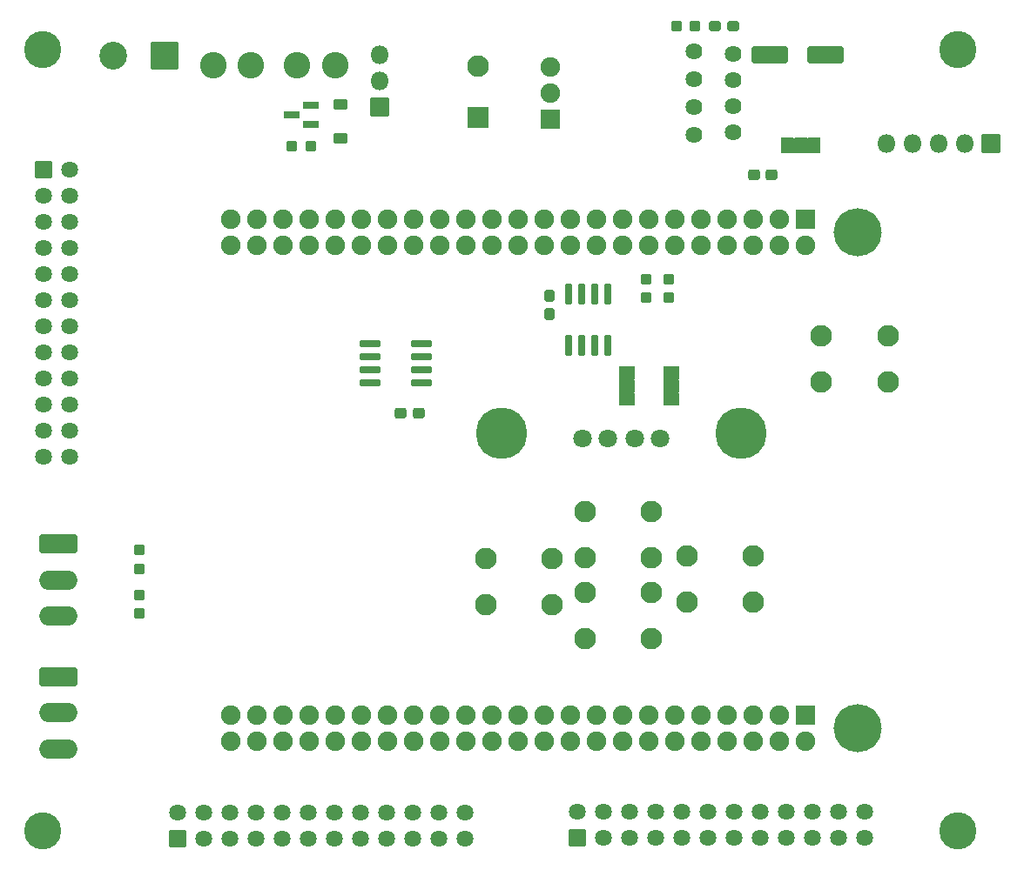
<source format=gbr>
%TF.GenerationSoftware,KiCad,Pcbnew,(6.0.5)*%
%TF.CreationDate,2022-06-14T19:11:02-05:00*%
%TF.ProjectId,BBB_16_Expansion,4242425f-3136-45f4-9578-70616e73696f,v1*%
%TF.SameCoordinates,Original*%
%TF.FileFunction,Soldermask,Top*%
%TF.FilePolarity,Negative*%
%FSLAX46Y46*%
G04 Gerber Fmt 4.6, Leading zero omitted, Abs format (unit mm)*
G04 Created by KiCad (PCBNEW (6.0.5)) date 2022-06-14 19:11:02*
%MOMM*%
%LPD*%
G01*
G04 APERTURE LIST*
G04 Aperture macros list*
%AMRoundRect*
0 Rectangle with rounded corners*
0 $1 Rounding radius*
0 $2 $3 $4 $5 $6 $7 $8 $9 X,Y pos of 4 corners*
0 Add a 4 corners polygon primitive as box body*
4,1,4,$2,$3,$4,$5,$6,$7,$8,$9,$2,$3,0*
0 Add four circle primitives for the rounded corners*
1,1,$1+$1,$2,$3*
1,1,$1+$1,$4,$5*
1,1,$1+$1,$6,$7*
1,1,$1+$1,$8,$9*
0 Add four rect primitives between the rounded corners*
20,1,$1+$1,$2,$3,$4,$5,0*
20,1,$1+$1,$4,$5,$6,$7,0*
20,1,$1+$1,$6,$7,$8,$9,0*
20,1,$1+$1,$8,$9,$2,$3,0*%
G04 Aperture macros list end*
%ADD10RoundRect,0.051000X1.000000X-1.000000X1.000000X1.000000X-1.000000X1.000000X-1.000000X-1.000000X0*%
%ADD11C,2.102000*%
%ADD12RoundRect,0.288500X-0.287500X-0.237500X0.287500X-0.237500X0.287500X0.237500X-0.287500X0.237500X0*%
%ADD13RoundRect,0.051000X-0.850000X0.850000X-0.850000X-0.850000X0.850000X-0.850000X0.850000X0.850000X0*%
%ADD14O,1.802000X1.802000*%
%ADD15RoundRect,0.288500X-0.237500X0.250000X-0.237500X-0.250000X0.237500X-0.250000X0.237500X0.250000X0*%
%ADD16RoundRect,0.288500X0.237500X-0.300000X0.237500X0.300000X-0.237500X0.300000X-0.237500X-0.300000X0*%
%ADD17RoundRect,0.201000X0.150000X-0.825000X0.150000X0.825000X-0.150000X0.825000X-0.150000X-0.825000X0*%
%ADD18RoundRect,0.288500X-0.250000X-0.237500X0.250000X-0.237500X0.250000X0.237500X-0.250000X0.237500X0*%
%ADD19RoundRect,0.301000X-1.550000X0.650000X-1.550000X-0.650000X1.550000X-0.650000X1.550000X0.650000X0*%
%ADD20O,3.702000X1.902000*%
%ADD21RoundRect,0.288500X-0.300000X-0.237500X0.300000X-0.237500X0.300000X0.237500X-0.300000X0.237500X0*%
%ADD22RoundRect,0.201000X0.825000X0.150000X-0.825000X0.150000X-0.825000X-0.150000X0.825000X-0.150000X0*%
%ADD23RoundRect,0.288500X0.300000X0.237500X-0.300000X0.237500X-0.300000X-0.237500X0.300000X-0.237500X0*%
%ADD24RoundRect,0.051000X0.750000X-0.500000X0.750000X0.500000X-0.750000X0.500000X-0.750000X-0.500000X0*%
%ADD25RoundRect,0.301000X-1.500000X-0.550000X1.500000X-0.550000X1.500000X0.550000X-1.500000X0.550000X0*%
%ADD26C,3.602000*%
%ADD27RoundRect,0.051000X0.850000X0.850000X-0.850000X0.850000X-0.850000X-0.850000X0.850000X-0.850000X0*%
%ADD28RoundRect,0.051000X-0.500000X-0.750000X0.500000X-0.750000X0.500000X0.750000X-0.500000X0.750000X0*%
%ADD29RoundRect,0.201000X0.587500X0.150000X-0.587500X0.150000X-0.587500X-0.150000X0.587500X-0.150000X0*%
%ADD30RoundRect,0.051000X-0.600000X0.450000X-0.600000X-0.450000X0.600000X-0.450000X0.600000X0.450000X0*%
%ADD31RoundRect,0.051000X1.300000X1.300000X-1.300000X1.300000X-1.300000X-1.300000X1.300000X-1.300000X0*%
%ADD32C,2.702000*%
%ADD33C,5.000000*%
%ADD34C,1.802000*%
%ADD35RoundRect,0.051000X-0.765000X-0.765000X0.765000X-0.765000X0.765000X0.765000X-0.765000X0.765000X0*%
%ADD36C,1.632000*%
%ADD37RoundRect,0.051000X-0.765000X0.765000X-0.765000X-0.765000X0.765000X-0.765000X0.765000X0.765000X0*%
%ADD38RoundRect,0.051000X-0.900000X-0.900000X0.900000X-0.900000X0.900000X0.900000X-0.900000X0.900000X0*%
%ADD39C,1.902000*%
%ADD40C,4.674000*%
%ADD41C,2.577000*%
%ADD42RoundRect,0.051000X-0.900000X0.900000X-0.900000X-0.900000X0.900000X-0.900000X0.900000X0.900000X0*%
%ADD43C,1.626000*%
G04 APERTURE END LIST*
D10*
%TO.C,C1*%
X186716000Y-66801677D03*
D11*
X186716000Y-61801677D03*
%TD*%
D12*
%TO.C,D1*%
X209741000Y-57934000D03*
X211491000Y-57934000D03*
%TD*%
D13*
%TO.C,J4*%
X236591000Y-69334000D03*
D14*
X234051000Y-69334000D03*
X231511000Y-69334000D03*
X228971000Y-69334000D03*
X226431000Y-69334000D03*
%TD*%
D15*
%TO.C,R4*%
X203070000Y-82533400D03*
X203070000Y-84358400D03*
%TD*%
D16*
%TO.C,C3*%
X193646600Y-85921300D03*
X193646600Y-84196300D03*
%TD*%
D17*
%TO.C,U3*%
X195551600Y-88956200D03*
X196821600Y-88956200D03*
X198091600Y-88956200D03*
X199361600Y-88956200D03*
X199361600Y-84006200D03*
X198091600Y-84006200D03*
X196821600Y-84006200D03*
X195551600Y-84006200D03*
%TD*%
D18*
%TO.C,R1*%
X206003500Y-57934000D03*
X207828500Y-57934000D03*
%TD*%
D19*
%TO.C,J7*%
X145916000Y-108334000D03*
D20*
X145916000Y-111834000D03*
X145916000Y-115334000D03*
%TD*%
D15*
%TO.C,R3*%
X153766000Y-113271500D03*
X153766000Y-115096500D03*
%TD*%
D21*
%TO.C,C4*%
X213553500Y-72434000D03*
X215278500Y-72434000D03*
%TD*%
D22*
%TO.C,U2*%
X181191000Y-92639000D03*
X181191000Y-91369000D03*
X181191000Y-90099000D03*
X181191000Y-88829000D03*
X176241000Y-88829000D03*
X176241000Y-90099000D03*
X176241000Y-91369000D03*
X176241000Y-92639000D03*
%TD*%
D23*
%TO.C,C5*%
X180928500Y-95584000D03*
X179203500Y-95584000D03*
%TD*%
D19*
%TO.C,J8*%
X145873500Y-121251500D03*
D20*
X145873500Y-124751500D03*
X145873500Y-128251500D03*
%TD*%
D15*
%TO.C,R2*%
X153766000Y-108921500D03*
X153766000Y-110746500D03*
%TD*%
D24*
%TO.C,JP1*%
X205486000Y-94264000D03*
X205486000Y-92964000D03*
X205486000Y-91664000D03*
%TD*%
%TO.C,JP2*%
X201168000Y-94264000D03*
X201168000Y-92964000D03*
X201168000Y-91664000D03*
%TD*%
D11*
%TO.C,SW1*%
X226566000Y-88084000D03*
X220066000Y-88084000D03*
X226566000Y-92584000D03*
X220066000Y-92584000D03*
%TD*%
%TO.C,SW5*%
X213510000Y-109474000D03*
X207010000Y-109474000D03*
X213510000Y-113974000D03*
X207010000Y-113974000D03*
%TD*%
%TO.C,SW4*%
X193952000Y-109728000D03*
X187452000Y-109728000D03*
X193952000Y-114228000D03*
X187452000Y-114228000D03*
%TD*%
%TO.C,SW2*%
X203604000Y-105156000D03*
X197104000Y-105156000D03*
X203604000Y-109656000D03*
X197104000Y-109656000D03*
%TD*%
%TO.C,SW3*%
X203604000Y-113030000D03*
X197104000Y-113030000D03*
X203604000Y-117530000D03*
X197104000Y-117530000D03*
%TD*%
D15*
%TO.C,R5*%
X205267100Y-82533400D03*
X205267100Y-84358400D03*
%TD*%
D25*
%TO.C,C2*%
X215116000Y-60734000D03*
X220516000Y-60734000D03*
%TD*%
D26*
%TO.C,H3*%
X233416000Y-60234000D03*
%TD*%
D27*
%TO.C,J10*%
X177116000Y-65821041D03*
D14*
X177116000Y-63281041D03*
X177116000Y-60741041D03*
%TD*%
D26*
%TO.C,H1*%
X144416000Y-136234000D03*
%TD*%
D28*
%TO.C,JP3*%
X216816000Y-69534000D03*
X218116000Y-69534000D03*
X219416000Y-69534000D03*
%TD*%
D26*
%TO.C,H2*%
X233416000Y-136234000D03*
%TD*%
D29*
%TO.C,Q1*%
X170453500Y-67534000D03*
X170453500Y-65634000D03*
X168578500Y-66584000D03*
%TD*%
D18*
%TO.C,R6*%
X168603500Y-69584000D03*
X170428500Y-69584000D03*
%TD*%
D30*
%TO.C,D2*%
X173316000Y-65534000D03*
X173316000Y-68834000D03*
%TD*%
D26*
%TO.C,H4*%
X144416000Y-60234000D03*
%TD*%
D31*
%TO.C,J6*%
X156216000Y-60834000D03*
D32*
X151216000Y-60834000D03*
%TD*%
D33*
%TO.C,J5*%
X212310000Y-97544000D03*
X189010000Y-97544000D03*
D34*
X196860000Y-98044000D03*
X199360000Y-98044000D03*
X201960000Y-98044000D03*
X204460000Y-98044000D03*
%TD*%
D35*
%TO.C,J2*%
X157546000Y-137004000D03*
D36*
X157546000Y-134464000D03*
X160086000Y-137004000D03*
X160086000Y-134464000D03*
X162626000Y-137004000D03*
X162626000Y-134464000D03*
X165166000Y-137004000D03*
X165166000Y-134464000D03*
X167706000Y-137004000D03*
X167706000Y-134464000D03*
X170246000Y-137004000D03*
X170246000Y-134464000D03*
X172786000Y-137004000D03*
X172786000Y-134464000D03*
X175326000Y-137004000D03*
X175326000Y-134464000D03*
X177866000Y-137004000D03*
X177866000Y-134464000D03*
X180406000Y-137004000D03*
X180406000Y-134464000D03*
X182946000Y-137004000D03*
X182946000Y-134464000D03*
X185486000Y-137004000D03*
X185486000Y-134464000D03*
%TD*%
D37*
%TO.C,J1*%
X144446000Y-71864000D03*
D36*
X146986000Y-71864000D03*
X144446000Y-74404000D03*
X146986000Y-74404000D03*
X144446000Y-76944000D03*
X146986000Y-76944000D03*
X144446000Y-79484000D03*
X146986000Y-79484000D03*
X144446000Y-82024000D03*
X146986000Y-82024000D03*
X144446000Y-84564000D03*
X146986000Y-84564000D03*
X144446000Y-87104000D03*
X146986000Y-87104000D03*
X144446000Y-89644000D03*
X146986000Y-89644000D03*
X144446000Y-92184000D03*
X146986000Y-92184000D03*
X144446000Y-94724000D03*
X146986000Y-94724000D03*
X144446000Y-97264000D03*
X146986000Y-97264000D03*
X144446000Y-99804000D03*
X146986000Y-99804000D03*
%TD*%
D35*
%TO.C,J3*%
X196346000Y-136926500D03*
D36*
X196346000Y-134386500D03*
X198886000Y-136926500D03*
X198886000Y-134386500D03*
X201426000Y-136926500D03*
X201426000Y-134386500D03*
X203966000Y-136926500D03*
X203966000Y-134386500D03*
X206506000Y-136926500D03*
X206506000Y-134386500D03*
X209046000Y-136926500D03*
X209046000Y-134386500D03*
X211586000Y-136926500D03*
X211586000Y-134386500D03*
X214126000Y-136926500D03*
X214126000Y-134386500D03*
X216666000Y-136926500D03*
X216666000Y-134386500D03*
X219206000Y-136926500D03*
X219206000Y-134386500D03*
X221746000Y-136926500D03*
X221746000Y-134386500D03*
X224286000Y-136926500D03*
X224286000Y-134386500D03*
%TD*%
D38*
%TO.C,U1*%
X218567000Y-124968000D03*
D39*
X218567000Y-127508000D03*
X216027000Y-124968000D03*
X216027000Y-127508000D03*
X213487000Y-124968000D03*
X213487000Y-127508000D03*
X210947000Y-124968000D03*
X210947000Y-127508000D03*
X208407000Y-124968000D03*
X208407000Y-127508000D03*
X205867000Y-124968000D03*
X205867000Y-127508000D03*
X203327000Y-124968000D03*
X203327000Y-127508000D03*
X200787000Y-124968000D03*
X200787000Y-127508000D03*
X198247000Y-124968000D03*
X198247000Y-127508000D03*
X195707000Y-124968000D03*
X195707000Y-127508000D03*
X193167000Y-124968000D03*
X193167000Y-127508000D03*
X190627000Y-124968000D03*
X190627000Y-127508000D03*
X188087000Y-124968000D03*
X188087000Y-127508000D03*
X185547000Y-124968000D03*
X185547000Y-127508000D03*
X183007000Y-124968000D03*
X183007000Y-127508000D03*
X180467000Y-124968000D03*
X180467000Y-127508000D03*
X177927000Y-124968000D03*
X177927000Y-127508000D03*
X175387000Y-124968000D03*
X175387000Y-127508000D03*
X172847000Y-124968000D03*
X172847000Y-127508000D03*
X170307000Y-124968000D03*
X170307000Y-127508000D03*
X167767000Y-124968000D03*
X167767000Y-127508000D03*
X165227000Y-124968000D03*
X165227000Y-127508000D03*
X162687000Y-124968000D03*
X162687000Y-127508000D03*
D38*
X218567000Y-76708000D03*
D39*
X218567000Y-79248000D03*
X216027000Y-76708000D03*
X216027000Y-79248000D03*
X213487000Y-76708000D03*
X213487000Y-79248000D03*
X210947000Y-76708000D03*
X210947000Y-79248000D03*
X208407000Y-76708000D03*
X208407000Y-79248000D03*
X205867000Y-76708000D03*
X205867000Y-79248000D03*
X203327000Y-76708000D03*
X203327000Y-79248000D03*
X200787000Y-76708000D03*
X200787000Y-79248000D03*
X198247000Y-76708000D03*
X198247000Y-79248000D03*
X195707000Y-76708000D03*
X195707000Y-79248000D03*
X193167000Y-76708000D03*
X193167000Y-79248000D03*
X190627000Y-76708000D03*
X190627000Y-79248000D03*
X188087000Y-76708000D03*
X188087000Y-79248000D03*
X185547000Y-76708000D03*
X185547000Y-79248000D03*
X183007000Y-76708000D03*
X183007000Y-79248000D03*
X180467000Y-76708000D03*
X180467000Y-79248000D03*
X177927000Y-76708000D03*
X177927000Y-79248000D03*
X175387000Y-76708000D03*
X175387000Y-79248000D03*
X172847000Y-76708000D03*
X172847000Y-79248000D03*
X170307000Y-76708000D03*
X170307000Y-79248000D03*
X167767000Y-76708000D03*
X167767000Y-79248000D03*
X165227000Y-76708000D03*
X165227000Y-79248000D03*
X162687000Y-76708000D03*
X162687000Y-79248000D03*
D40*
X223647000Y-77978000D03*
X223647000Y-126238000D03*
%TD*%
D41*
%TO.C,F1*%
X160949210Y-61721041D03*
X164649210Y-61721041D03*
X169149210Y-61721041D03*
X172849210Y-61721041D03*
%TD*%
D42*
%TO.C,U4*%
X193724000Y-66984000D03*
D39*
X193724000Y-64444000D03*
X193724000Y-61904000D03*
D43*
X211504000Y-60634000D03*
X211504000Y-63174000D03*
X211504000Y-65714000D03*
X211504000Y-68254000D03*
X207694000Y-60402060D03*
X207694000Y-63097000D03*
X207694000Y-65791000D03*
X207694000Y-68485940D03*
%TD*%
G36*
X206252668Y-93510665D02*
G01*
X206253058Y-93512627D01*
X206252699Y-93513267D01*
X206209511Y-93564946D01*
X206200880Y-93633661D01*
X206230844Y-93696291D01*
X206251682Y-93714348D01*
X206252336Y-93716238D01*
X206251026Y-93717749D01*
X206249982Y-93717821D01*
X206235801Y-93715000D01*
X204736199Y-93715000D01*
X204721226Y-93717978D01*
X204719332Y-93717335D01*
X204718942Y-93715373D01*
X204719301Y-93714733D01*
X204762489Y-93663054D01*
X204771120Y-93594339D01*
X204741156Y-93531709D01*
X204720318Y-93513652D01*
X204719664Y-93511762D01*
X204720974Y-93510251D01*
X204722018Y-93510179D01*
X204736199Y-93513000D01*
X206235801Y-93513000D01*
X206250774Y-93510022D01*
X206252668Y-93510665D01*
G37*
G36*
X201934668Y-93510665D02*
G01*
X201935058Y-93512627D01*
X201934699Y-93513267D01*
X201891511Y-93564946D01*
X201882880Y-93633661D01*
X201912844Y-93696291D01*
X201933682Y-93714348D01*
X201934336Y-93716238D01*
X201933026Y-93717749D01*
X201931982Y-93717821D01*
X201917801Y-93715000D01*
X200418199Y-93715000D01*
X200403226Y-93717978D01*
X200401332Y-93717335D01*
X200400942Y-93715373D01*
X200401301Y-93714733D01*
X200444489Y-93663054D01*
X200453120Y-93594339D01*
X200423156Y-93531709D01*
X200402318Y-93513652D01*
X200401664Y-93511762D01*
X200402974Y-93510251D01*
X200404018Y-93510179D01*
X200418199Y-93513000D01*
X201917801Y-93513000D01*
X201932774Y-93510022D01*
X201934668Y-93510665D01*
G37*
G36*
X201934668Y-92210665D02*
G01*
X201935058Y-92212627D01*
X201934699Y-92213267D01*
X201891511Y-92264946D01*
X201882880Y-92333661D01*
X201912844Y-92396291D01*
X201933682Y-92414348D01*
X201934336Y-92416238D01*
X201933026Y-92417749D01*
X201931982Y-92417821D01*
X201917801Y-92415000D01*
X200418199Y-92415000D01*
X200403226Y-92417978D01*
X200401332Y-92417335D01*
X200400942Y-92415373D01*
X200401301Y-92414733D01*
X200444489Y-92363054D01*
X200453120Y-92294339D01*
X200423156Y-92231709D01*
X200402318Y-92213652D01*
X200401664Y-92211762D01*
X200402974Y-92210251D01*
X200404018Y-92210179D01*
X200418199Y-92213000D01*
X201917801Y-92213000D01*
X201932774Y-92210022D01*
X201934668Y-92210665D01*
G37*
G36*
X206252668Y-92210665D02*
G01*
X206253058Y-92212627D01*
X206252699Y-92213267D01*
X206209511Y-92264946D01*
X206200880Y-92333661D01*
X206230844Y-92396291D01*
X206251682Y-92414348D01*
X206252336Y-92416238D01*
X206251026Y-92417749D01*
X206249982Y-92417821D01*
X206235801Y-92415000D01*
X204736199Y-92415000D01*
X204721226Y-92417978D01*
X204719332Y-92417335D01*
X204718942Y-92415373D01*
X204719301Y-92414733D01*
X204762489Y-92363054D01*
X204771120Y-92294339D01*
X204741156Y-92231709D01*
X204720318Y-92213652D01*
X204719664Y-92211762D01*
X204720974Y-92210251D01*
X204722018Y-92210179D01*
X204736199Y-92213000D01*
X206235801Y-92213000D01*
X206250774Y-92210022D01*
X206252668Y-92210665D01*
G37*
G36*
X217365267Y-68767301D02*
G01*
X217416946Y-68810489D01*
X217485661Y-68819120D01*
X217548291Y-68789156D01*
X217566348Y-68768318D01*
X217568238Y-68767664D01*
X217569749Y-68768974D01*
X217569821Y-68770018D01*
X217567000Y-68784199D01*
X217567000Y-70283801D01*
X217569978Y-70298774D01*
X217569335Y-70300668D01*
X217567373Y-70301058D01*
X217566733Y-70300699D01*
X217515054Y-70257511D01*
X217446339Y-70248880D01*
X217383709Y-70278844D01*
X217365652Y-70299682D01*
X217363762Y-70300336D01*
X217362251Y-70299026D01*
X217362179Y-70297982D01*
X217365000Y-70283801D01*
X217365000Y-68784199D01*
X217362022Y-68769226D01*
X217362665Y-68767332D01*
X217364627Y-68766942D01*
X217365267Y-68767301D01*
G37*
G36*
X218665267Y-68767301D02*
G01*
X218716946Y-68810489D01*
X218785661Y-68819120D01*
X218848291Y-68789156D01*
X218866348Y-68768318D01*
X218868238Y-68767664D01*
X218869749Y-68768974D01*
X218869821Y-68770018D01*
X218867000Y-68784199D01*
X218867000Y-70283801D01*
X218869978Y-70298774D01*
X218869335Y-70300668D01*
X218867373Y-70301058D01*
X218866733Y-70300699D01*
X218815054Y-70257511D01*
X218746339Y-70248880D01*
X218683709Y-70278844D01*
X218665652Y-70299682D01*
X218663762Y-70300336D01*
X218662251Y-70299026D01*
X218662179Y-70297982D01*
X218665000Y-70283801D01*
X218665000Y-68784199D01*
X218662022Y-68769226D01*
X218662665Y-68767332D01*
X218664627Y-68766942D01*
X218665267Y-68767301D01*
G37*
M02*

</source>
